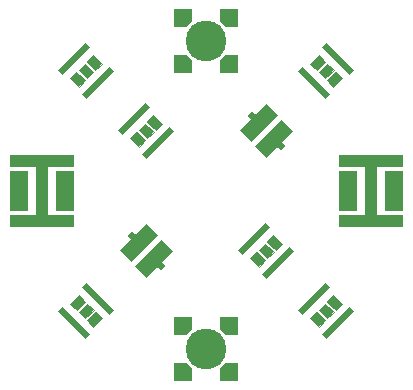
<source format=gtp>
G04 #@! TF.GenerationSoftware,KiCad,Pcbnew,(6.0.7)*
G04 #@! TF.CreationDate,2023-04-22T02:00:50-05:00*
G04 #@! TF.ProjectId,LED_BoardRev2,4c45445f-426f-4617-9264-526576322e6b,rev?*
G04 #@! TF.SameCoordinates,Original*
G04 #@! TF.FileFunction,Paste,Top*
G04 #@! TF.FilePolarity,Positive*
%FSLAX46Y46*%
G04 Gerber Fmt 4.6, Leading zero omitted, Abs format (unit mm)*
G04 Created by KiCad (PCBNEW (6.0.7)) date 2023-04-22 02:00:50*
%MOMM*%
%LPD*%
G01*
G04 APERTURE LIST*
G04 Aperture macros list*
%AMRotRect*
0 Rectangle, with rotation*
0 The origin of the aperture is its center*
0 $1 length*
0 $2 width*
0 $3 Rotation angle, in degrees counterclockwise*
0 Add horizontal line*
21,1,$1,$2,0,0,$3*%
%AMOutline5P*
0 Free polygon, 5 corners , with rotation*
0 The origin of the aperture is its center*
0 number of corners: always 5*
0 $1 to $10 corner X, Y*
0 $11 Rotation angle, in degrees counterclockwise*
0 create outline with 5 corners*
4,1,5,$1,$2,$3,$4,$5,$6,$7,$8,$9,$10,$1,$2,$11*%
%AMOutline6P*
0 Free polygon, 6 corners , with rotation*
0 The origin of the aperture is its center*
0 number of corners: always 6*
0 $1 to $12 corner X, Y*
0 $13 Rotation angle, in degrees counterclockwise*
0 create outline with 6 corners*
4,1,6,$1,$2,$3,$4,$5,$6,$7,$8,$9,$10,$11,$12,$1,$2,$13*%
%AMOutline7P*
0 Free polygon, 7 corners , with rotation*
0 The origin of the aperture is its center*
0 number of corners: always 7*
0 $1 to $14 corner X, Y*
0 $15 Rotation angle, in degrees counterclockwise*
0 create outline with 7 corners*
4,1,7,$1,$2,$3,$4,$5,$6,$7,$8,$9,$10,$11,$12,$13,$14,$1,$2,$15*%
%AMOutline8P*
0 Free polygon, 8 corners , with rotation*
0 The origin of the aperture is its center*
0 number of corners: always 8*
0 $1 to $16 corner X, Y*
0 $17 Rotation angle, in degrees counterclockwise*
0 create outline with 8 corners*
4,1,8,$1,$2,$3,$4,$5,$6,$7,$8,$9,$10,$11,$12,$13,$14,$15,$16,$1,$2,$17*%
%AMFreePoly0*
4,1,13,0.662500,-1.575000,-0.662500,-1.575000,-0.662500,-0.255000,-1.112500,-0.255000,-1.116037,-0.253536,-1.117500,-0.250000,-1.117500,0.250000,-1.116037,0.253536,-1.112500,0.255000,-0.662500,0.255000,-0.662500,1.575000,0.662500,1.575000,0.662500,-1.575000,0.662500,-1.575000,$1*%
%AMFreePoly1*
4,1,13,0.662500,0.255000,1.112500,0.255000,1.116037,0.253536,1.117500,0.250000,1.117500,-0.250000,1.116037,-0.253536,1.112500,-0.255000,0.662500,-0.255000,0.662500,-1.575000,-0.662500,-1.575000,-0.662500,1.575000,0.662500,1.575000,0.662500,0.255000,0.662500,0.255000,$1*%
%AMFreePoly2*
4,1,29,2.703536,3.023536,2.705000,3.020000,2.705000,2.000000,2.703536,1.996464,2.700000,1.995000,0.500000,1.995000,0.500000,-1.995000,2.700000,-1.995000,2.703536,-1.996464,2.705000,-2.000000,2.705000,-3.020000,2.703536,-3.023536,2.700000,-3.025000,-2.700000,-3.025000,-2.703536,-3.023536,-2.705000,-3.020000,-2.705000,-2.000000,-2.703536,-1.996464,-2.700000,-1.995000,-0.500000,-1.995000,
-0.500000,1.995000,-2.700000,1.995000,-2.703536,1.996464,-2.705000,2.000000,-2.705000,3.020000,-2.703536,3.023536,-2.700000,3.025000,2.700000,3.025000,2.703536,3.023536,2.703536,3.023536,$1*%
G04 Aperture macros list end*
%ADD10C,0.010000*%
%ADD11FreePoly0,315.000000*%
%ADD12FreePoly1,315.000000*%
%ADD13R,1.550000X3.400000*%
%ADD14FreePoly2,180.000000*%
%ADD15RotRect,3.300000X0.500000X315.000000*%
%ADD16RotRect,3.300000X0.500000X225.000000*%
%ADD17Outline5P,-0.735000X0.735000X0.735000X0.735000X0.735000X-0.335000X0.335000X-0.735000X-0.735000X-0.735000X90.000000*%
%ADD18Outline5P,-0.735000X0.735000X0.735000X0.735000X0.735000X-0.735000X-0.335000X-0.735000X-0.735000X-0.335000X90.000000*%
%ADD19Outline5P,-0.735000X0.735000X0.335000X0.735000X0.735000X0.335000X0.735000X-0.735000X-0.735000X-0.735000X90.000000*%
%ADD20Outline5P,-0.735000X0.335000X-0.335000X0.735000X0.735000X0.735000X0.735000X-0.735000X-0.735000X-0.735000X90.000000*%
%ADD21C,3.450000*%
%ADD22RotRect,3.300000X0.500000X135.000000*%
%ADD23FreePoly0,135.000000*%
%ADD24FreePoly1,135.000000*%
%ADD25RotRect,3.300000X0.500000X45.000000*%
%ADD26FreePoly2,0.000000*%
G04 APERTURE END LIST*
G36*
X128330310Y-119994234D02*
G01*
X127615183Y-120709361D01*
X127086027Y-120180205D01*
X127801154Y-119465078D01*
X128330310Y-119994234D01*
G37*
D10*
X128330310Y-119994234D02*
X127615183Y-120709361D01*
X127086027Y-120180205D01*
X127801154Y-119465078D01*
X128330310Y-119994234D01*
G36*
X126915754Y-118580363D02*
G01*
X126200969Y-119295147D01*
X125668992Y-118763170D01*
X126383776Y-118048385D01*
X126915754Y-118580363D01*
G37*
X126915754Y-118580363D02*
X126200969Y-119295147D01*
X125668992Y-118763170D01*
X126383776Y-118048385D01*
X126915754Y-118580363D01*
G36*
X127622600Y-119287730D02*
G01*
X126908076Y-120002254D01*
X126377489Y-119471666D01*
X127092013Y-118757142D01*
X127622600Y-119287730D01*
G37*
X127622600Y-119287730D02*
X126908076Y-120002254D01*
X126377489Y-119471666D01*
X127092013Y-118757142D01*
X127622600Y-119287730D01*
G36*
X142862858Y-114392013D02*
G01*
X142332270Y-114922600D01*
X141617746Y-114208076D01*
X142148334Y-113677489D01*
X142862858Y-114392013D01*
G37*
X142862858Y-114392013D02*
X142332270Y-114922600D01*
X141617746Y-114208076D01*
X142148334Y-113677489D01*
X142862858Y-114392013D01*
G36*
X142154922Y-115101154D02*
G01*
X141625766Y-115630310D01*
X140910639Y-114915183D01*
X141439795Y-114386027D01*
X142154922Y-115101154D01*
G37*
X142154922Y-115101154D02*
X141625766Y-115630310D01*
X140910639Y-114915183D01*
X141439795Y-114386027D01*
X142154922Y-115101154D01*
G36*
X143571615Y-113683776D02*
G01*
X143039637Y-114215754D01*
X142324853Y-113500969D01*
X142856830Y-112968992D01*
X143571615Y-113683776D01*
G37*
X143571615Y-113683776D02*
X143039637Y-114215754D01*
X142324853Y-113500969D01*
X142856830Y-112968992D01*
X143571615Y-113683776D01*
G36*
X126888871Y-99861154D02*
G01*
X126359715Y-100390310D01*
X125644588Y-99675183D01*
X126173744Y-99146027D01*
X126888871Y-99861154D01*
G37*
X126888871Y-99861154D02*
X126359715Y-100390310D01*
X125644588Y-99675183D01*
X126173744Y-99146027D01*
X126888871Y-99861154D01*
G36*
X127596807Y-99152013D02*
G01*
X127066219Y-99682600D01*
X126351695Y-98968076D01*
X126882283Y-98437489D01*
X127596807Y-99152013D01*
G37*
X127596807Y-99152013D02*
X127066219Y-99682600D01*
X126351695Y-98968076D01*
X126882283Y-98437489D01*
X127596807Y-99152013D01*
G36*
X128305564Y-98443776D02*
G01*
X127773586Y-98975754D01*
X127058802Y-98260969D01*
X127590779Y-97728992D01*
X128305564Y-98443776D01*
G37*
X128305564Y-98443776D02*
X127773586Y-98975754D01*
X127058802Y-98260969D01*
X127590779Y-97728992D01*
X128305564Y-98443776D01*
G36*
X147233973Y-98259795D02*
G01*
X146518846Y-98974922D01*
X145989690Y-98445766D01*
X146704817Y-97730639D01*
X147233973Y-98259795D01*
G37*
X147233973Y-98259795D02*
X146518846Y-98974922D01*
X145989690Y-98445766D01*
X146704817Y-97730639D01*
X147233973Y-98259795D01*
G36*
X147942511Y-98968334D02*
G01*
X147227987Y-99682858D01*
X146697400Y-99152270D01*
X147411924Y-98437746D01*
X147942511Y-98968334D01*
G37*
X147942511Y-98968334D02*
X147227987Y-99682858D01*
X146697400Y-99152270D01*
X147411924Y-98437746D01*
X147942511Y-98968334D01*
G36*
X148651008Y-99676830D02*
G01*
X147936224Y-100391615D01*
X147404246Y-99859637D01*
X148119031Y-99144853D01*
X148651008Y-99676830D01*
G37*
X148651008Y-99676830D02*
X147936224Y-100391615D01*
X147404246Y-99859637D01*
X148119031Y-99144853D01*
X148651008Y-99676830D01*
G36*
X132702367Y-104231924D02*
G01*
X132171779Y-104762511D01*
X131457255Y-104047987D01*
X131987843Y-103517400D01*
X132702367Y-104231924D01*
G37*
X132702367Y-104231924D02*
X132171779Y-104762511D01*
X131457255Y-104047987D01*
X131987843Y-103517400D01*
X132702367Y-104231924D01*
G36*
X133409474Y-103524817D02*
G01*
X132880318Y-104053973D01*
X132165191Y-103338846D01*
X132694347Y-102809690D01*
X133409474Y-103524817D01*
G37*
X133409474Y-103524817D02*
X132880318Y-104053973D01*
X132165191Y-103338846D01*
X132694347Y-102809690D01*
X133409474Y-103524817D01*
G36*
X131995260Y-104939031D02*
G01*
X131463283Y-105471008D01*
X130748498Y-104756224D01*
X131280476Y-104224246D01*
X131995260Y-104939031D01*
G37*
X131995260Y-104939031D02*
X131463283Y-105471008D01*
X130748498Y-104756224D01*
X131280476Y-104224246D01*
X131995260Y-104939031D01*
G36*
X148649361Y-118764817D02*
G01*
X148120205Y-119293973D01*
X147405078Y-118578846D01*
X147934234Y-118049690D01*
X148649361Y-118764817D01*
G37*
X148649361Y-118764817D02*
X148120205Y-119293973D01*
X147405078Y-118578846D01*
X147934234Y-118049690D01*
X148649361Y-118764817D01*
G36*
X147942254Y-119471924D02*
G01*
X147411666Y-120002511D01*
X146697142Y-119287987D01*
X147227730Y-118757400D01*
X147942254Y-119471924D01*
G37*
X147942254Y-119471924D02*
X147411666Y-120002511D01*
X146697142Y-119287987D01*
X147227730Y-118757400D01*
X147942254Y-119471924D01*
G36*
X147235147Y-120179031D02*
G01*
X146703170Y-120711008D01*
X145988385Y-119996224D01*
X146520363Y-119464246D01*
X147235147Y-120179031D01*
G37*
X147235147Y-120179031D02*
X146703170Y-120711008D01*
X145988385Y-119996224D01*
X146520363Y-119464246D01*
X147235147Y-120179031D01*
D11*
X131434765Y-113654765D03*
D12*
X132725235Y-114945235D03*
D13*
X125165800Y-109220000D03*
X121315800Y-109220000D03*
D14*
X123240800Y-109220000D03*
D15*
X127989949Y-118390051D03*
X126010051Y-120369949D03*
D16*
X143229949Y-115289949D03*
X141250051Y-113310051D03*
D17*
X135191000Y-124549400D03*
D18*
X135191000Y-120611400D03*
D19*
X139129000Y-124549400D03*
D20*
X139129000Y-120611400D03*
D21*
X137160000Y-122580400D03*
D16*
X127963898Y-100049949D03*
X125984000Y-98070051D03*
D22*
X146330051Y-100049949D03*
X148309949Y-98070051D03*
D23*
X142885235Y-104785235D03*
D24*
X141594765Y-103494765D03*
D25*
X131090164Y-103150051D03*
X133070062Y-105129949D03*
X146330051Y-118390051D03*
X148309949Y-120369949D03*
D18*
X135191000Y-94551000D03*
D17*
X135191000Y-98489000D03*
D19*
X139129000Y-98489000D03*
D20*
X139129000Y-94551000D03*
D21*
X137160000Y-96520000D03*
D13*
X149205000Y-109220000D03*
X153055000Y-109220000D03*
D26*
X151130000Y-109220000D03*
M02*

</source>
